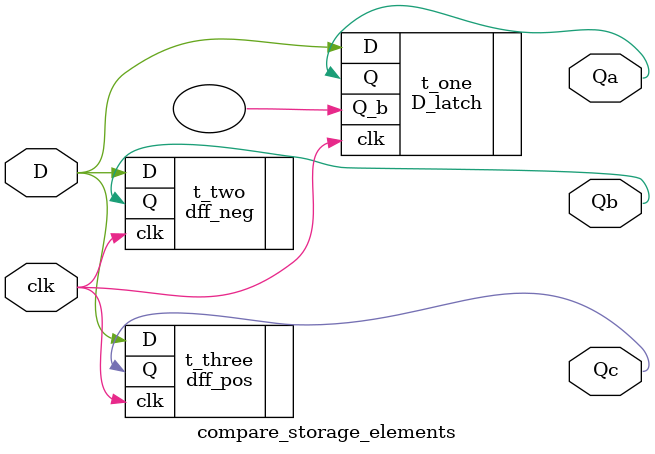
<source format=v>
`timescale 1ns / 1ps


module compare_storage_elements(
    input D,
    input clk,
    output Qa, Qb, Qc
    );
    D_latch t_one(
        .D(D),
        .clk(clk),
        .Q(Qa),
        .Q_b()
    );
    dff_neg t_two(
        .D(D),
        .clk(clk),
        .Q(Qb)
    );
    dff_pos t_three(
        .D(D),
        .clk(clk),
        .Q(Qc)
    );
endmodule

</source>
